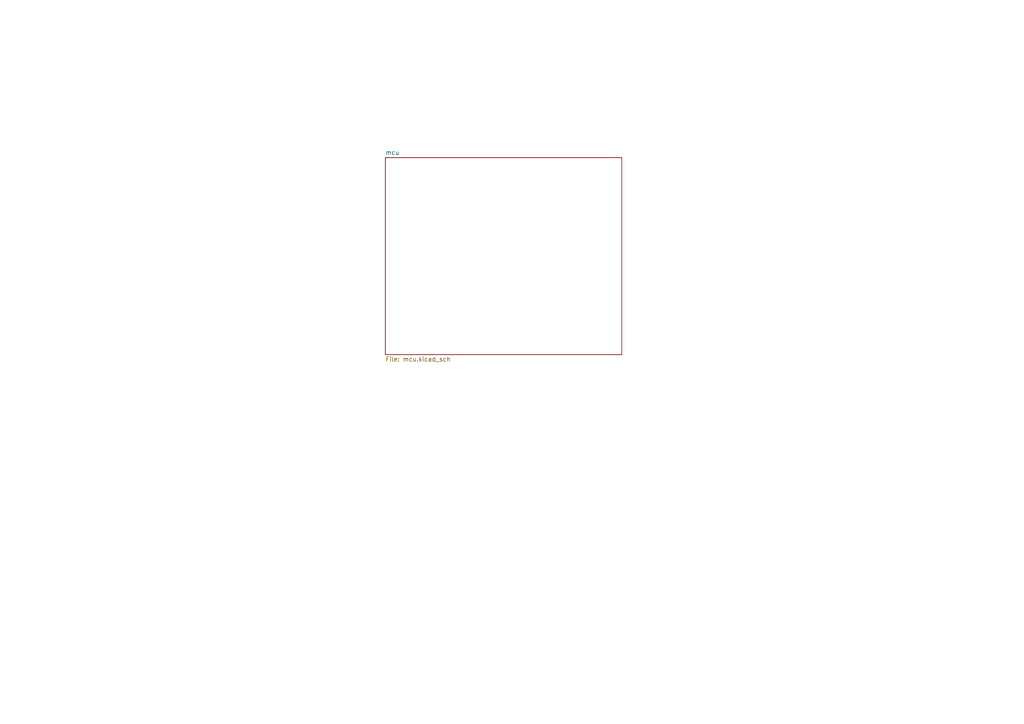
<source format=kicad_sch>
(kicad_sch
	(version 20250114)
	(generator "eeschema")
	(generator_version "9.0")
	(uuid "1cf2c759-43ec-4486-a528-11f3b1550031")
	(paper "A4")
	(lib_symbols)
	(sheet
		(at 111.76 45.72)
		(size 68.58 57.15)
		(exclude_from_sim no)
		(in_bom yes)
		(on_board yes)
		(dnp no)
		(fields_autoplaced yes)
		(stroke
			(width 0.1524)
			(type solid)
		)
		(fill
			(color 0 0 0 0.0000)
		)
		(uuid "53190cb8-d33b-4477-af4e-8484b4c8040c")
		(property "Sheetname" "mcu"
			(at 111.76 45.0084 0)
			(effects
				(font
					(size 1.27 1.27)
				)
				(justify left bottom)
			)
		)
		(property "Sheetfile" "mcu.kicad_sch"
			(at 111.76 103.4546 0)
			(effects
				(font
					(size 1.27 1.27)
				)
				(justify left top)
			)
		)
		(instances
			(project "abyssinian-hw"
				(path "/1cf2c759-43ec-4486-a528-11f3b1550031"
					(page "2")
				)
			)
		)
	)
	(sheet_instances
		(path "/"
			(page "1")
		)
	)
	(embedded_fonts no)
)

</source>
